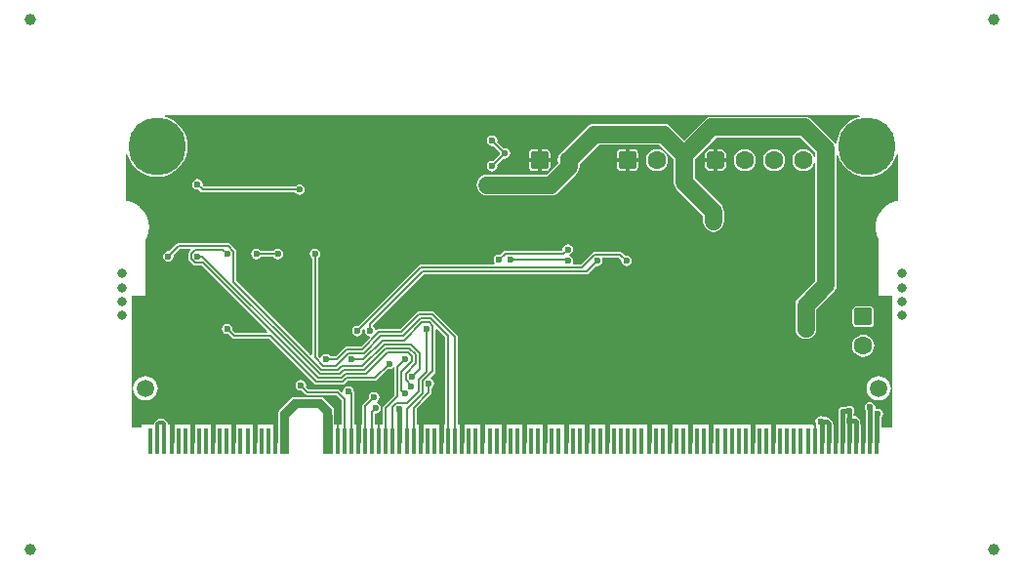
<source format=gbl>
G04*
G04 #@! TF.GenerationSoftware,Altium Limited,Altium Designer,19.0.12 (326)*
G04*
G04 Layer_Physical_Order=2*
G04 Layer_Color=16711680*
%FSLAX44Y44*%
%MOMM*%
G71*
G01*
G75*
%ADD13C,0.3000*%
%ADD14C,0.2000*%
%ADD30C,1.6000*%
%ADD32C,1.0000*%
%ADD33R,0.4500X2.3000*%
%ADD34C,1.5000*%
%ADD35C,0.4000*%
%ADD37C,5.0000*%
G04:AMPARAMS|DCode=38|XSize=1.524mm|YSize=1.524mm|CornerRadius=0.1905mm|HoleSize=0mm|Usage=FLASHONLY|Rotation=90.000|XOffset=0mm|YOffset=0mm|HoleType=Round|Shape=RoundedRectangle|*
%AMROUNDEDRECTD38*
21,1,1.5240,1.1430,0,0,90.0*
21,1,1.1430,1.5240,0,0,90.0*
1,1,0.3810,0.5715,0.5715*
1,1,0.3810,0.5715,-0.5715*
1,1,0.3810,-0.5715,-0.5715*
1,1,0.3810,-0.5715,0.5715*
%
%ADD38ROUNDEDRECTD38*%
G04:AMPARAMS|DCode=39|XSize=1.6mm|YSize=1.6mm|CornerRadius=0.4mm|HoleSize=0mm|Usage=FLASHONLY|Rotation=0.000|XOffset=0mm|YOffset=0mm|HoleType=Round|Shape=RoundedRectangle|*
%AMROUNDEDRECTD39*
21,1,1.6000,0.8000,0,0,0.0*
21,1,0.8000,1.6000,0,0,0.0*
1,1,0.8000,0.4000,-0.4000*
1,1,0.8000,-0.4000,-0.4000*
1,1,0.8000,-0.4000,0.4000*
1,1,0.8000,0.4000,0.4000*
%
%ADD39ROUNDEDRECTD39*%
%ADD40C,0.8000*%
%ADD41C,1.5000*%
G04:AMPARAMS|DCode=42|XSize=1.524mm|YSize=1.524mm|CornerRadius=0.1905mm|HoleSize=0mm|Usage=FLASHONLY|Rotation=0.000|XOffset=0mm|YOffset=0mm|HoleType=Round|Shape=RoundedRectangle|*
%AMROUNDEDRECTD42*
21,1,1.5240,1.1430,0,0,0.0*
21,1,1.1430,1.5240,0,0,0.0*
1,1,0.3810,0.5715,-0.5715*
1,1,0.3810,-0.5715,-0.5715*
1,1,0.3810,-0.5715,0.5715*
1,1,0.3810,0.5715,0.5715*
%
%ADD42ROUNDEDRECTD42*%
%ADD43C,0.6000*%
G36*
X639412Y295671D02*
X637786Y295281D01*
X633932Y293685D01*
X630376Y291505D01*
X627204Y288796D01*
X624495Y285624D01*
X622315Y282068D01*
X620719Y278214D01*
X619745Y274158D01*
X619597Y272271D01*
X618307Y272067D01*
X618111Y272539D01*
X616669Y274419D01*
X598169Y292919D01*
X596289Y294361D01*
X594100Y295268D01*
X591750Y295578D01*
X511250D01*
X508900Y295268D01*
X506711Y294361D01*
X504831Y292919D01*
X487250Y275338D01*
X475919Y286669D01*
X474039Y288111D01*
X471850Y289018D01*
X469500Y289328D01*
X409529D01*
X407179Y289018D01*
X404990Y288111D01*
X403110Y286669D01*
X382917Y266476D01*
X382488Y266298D01*
X380503Y264775D01*
X378980Y262791D01*
X378023Y260480D01*
X377697Y258000D01*
X378013Y255600D01*
X367740Y245328D01*
X316250D01*
X313901Y245018D01*
X311711Y244111D01*
X309831Y242669D01*
X308389Y240789D01*
X307482Y238599D01*
X307172Y236250D01*
X307482Y233901D01*
X308389Y231711D01*
X309831Y229831D01*
X311711Y228389D01*
X313901Y227482D01*
X316250Y227172D01*
X371500D01*
X373849Y227482D01*
X376039Y228389D01*
X377919Y229831D01*
X393697Y245610D01*
X395140Y247490D01*
X396047Y249679D01*
X396356Y252029D01*
Y254240D01*
X413289Y271172D01*
X465740D01*
X478172Y258740D01*
Y238750D01*
X478482Y236401D01*
X479389Y234211D01*
X480831Y232331D01*
X503672Y209490D01*
Y204750D01*
X503982Y202400D01*
X504889Y200211D01*
X506331Y198331D01*
X508211Y196889D01*
X510401Y195982D01*
X512750Y195672D01*
X515099Y195982D01*
X517289Y196889D01*
X519169Y198331D01*
X520611Y200211D01*
X521518Y202400D01*
X521828Y204750D01*
Y213250D01*
X521518Y215599D01*
X520611Y217789D01*
X519169Y219669D01*
X496328Y242510D01*
Y258740D01*
X515010Y277422D01*
X587990D01*
X601172Y264240D01*
Y260682D01*
X599934Y260480D01*
X598977Y262791D01*
X597454Y264775D01*
X595469Y266298D01*
X593158Y267255D01*
X590678Y267582D01*
X588199Y267255D01*
X585887Y266298D01*
X583903Y264775D01*
X582380Y262791D01*
X581423Y260480D01*
X581096Y258000D01*
X581423Y255520D01*
X582380Y253209D01*
X583903Y251224D01*
X585887Y249702D01*
X588199Y248745D01*
X590678Y248418D01*
X593158Y248745D01*
X595469Y249702D01*
X597454Y251224D01*
X598977Y253209D01*
X599934Y255520D01*
X601172Y255318D01*
Y153010D01*
X586581Y138419D01*
X585139Y136539D01*
X584232Y134349D01*
X583922Y132000D01*
Y111803D01*
X583912Y111750D01*
X583943Y111593D01*
X584232Y109401D01*
X585139Y107211D01*
X586581Y105331D01*
X588461Y103889D01*
X590650Y102982D01*
X593000Y102672D01*
X595350Y102982D01*
X597539Y103889D01*
X599419Y105331D01*
X600862Y107211D01*
X601768Y109401D01*
X602057Y111594D01*
X602088Y111750D01*
X602078Y111803D01*
Y128240D01*
X616669Y142831D01*
X616669Y142831D01*
X618111Y144711D01*
X619018Y146901D01*
X619328Y149250D01*
X619328Y149250D01*
Y262141D01*
X620598Y262291D01*
X620719Y261786D01*
X622315Y257932D01*
X624495Y254375D01*
X627204Y251204D01*
X630376Y248495D01*
X633932Y246315D01*
X637786Y244719D01*
X641842Y243745D01*
X646000Y243418D01*
X650158Y243745D01*
X654214Y244719D01*
X658068Y246315D01*
X661625Y248495D01*
X664796Y251204D01*
X667505Y254375D01*
X669685Y257932D01*
X671281Y261786D01*
X671671Y263412D01*
X672941Y263262D01*
Y222804D01*
X669598Y222139D01*
X669319Y222023D01*
X669024Y221965D01*
X665402Y220464D01*
X665151Y220297D01*
X664873Y220182D01*
X661613Y218003D01*
X661400Y217790D01*
X661149Y217623D01*
X658377Y214851D01*
X658210Y214600D01*
X657997Y214387D01*
X655818Y211127D01*
X655703Y210849D01*
X655536Y210598D01*
X654035Y206976D01*
X653977Y206681D01*
X653861Y206402D01*
X653096Y202557D01*
Y202256D01*
X653038Y201960D01*
Y198040D01*
X653096Y197744D01*
Y197443D01*
X653861Y193598D01*
X653977Y193319D01*
X654035Y193024D01*
X655536Y189402D01*
X655703Y189151D01*
X655818Y188873D01*
X655934Y188699D01*
X656000Y140000D01*
X668000D01*
Y25750D01*
X658250D01*
Y27000D01*
X658069D01*
Y34471D01*
X658494Y34756D01*
X659489Y36244D01*
X659838Y38000D01*
X659489Y39756D01*
X658494Y41244D01*
X657006Y42239D01*
X655250Y42588D01*
X654158Y42371D01*
X653060Y43360D01*
X653088Y43500D01*
X652739Y45256D01*
X651744Y46744D01*
X650256Y47739D01*
X648500Y48088D01*
X646744Y47739D01*
X645256Y46744D01*
X644261Y45256D01*
X643912Y43500D01*
X644261Y41744D01*
X644931Y40741D01*
Y28500D01*
X640069D01*
Y31250D01*
X639797Y32616D01*
X639023Y33773D01*
X638023Y34773D01*
X636866Y35547D01*
X635500Y35819D01*
X634069D01*
Y37491D01*
X634739Y38494D01*
X635088Y40250D01*
X634739Y42006D01*
X633744Y43494D01*
X632256Y44489D01*
X630500Y44838D01*
X628744Y44489D01*
X627741Y43819D01*
X624500D01*
X623134Y43547D01*
X621977Y42773D01*
X621203Y41616D01*
X620931Y40250D01*
Y28500D01*
X616069D01*
Y29750D01*
X615797Y31116D01*
X615023Y32273D01*
X613273Y34023D01*
X612116Y34797D01*
X610750Y35069D01*
X608259D01*
X607256Y35739D01*
X605500Y36088D01*
X603744Y35739D01*
X602256Y34744D01*
X601261Y33256D01*
X600912Y31500D01*
X601256Y29770D01*
X601301Y29540D01*
X600581Y28500D01*
X291049D01*
Y104500D01*
X290855Y105476D01*
X290302Y106302D01*
X270767Y125838D01*
X269940Y126391D01*
X268964Y126585D01*
X257101D01*
X256125Y126391D01*
X255298Y125838D01*
X240759Y111299D01*
X222751D01*
X221776Y111105D01*
X220949Y110552D01*
X220761Y110364D01*
X219383Y110782D01*
X219239Y111506D01*
X218244Y112994D01*
X217549Y113459D01*
Y114994D01*
X261506Y158951D01*
X402679D01*
X403654Y159145D01*
X404481Y159698D01*
X410858Y166075D01*
X411679Y165912D01*
X413434Y166261D01*
X414923Y167256D01*
X415918Y168744D01*
X416267Y170500D01*
X415932Y172181D01*
X415931Y172403D01*
X416582Y173451D01*
X430551D01*
X432682Y171320D01*
X432519Y170500D01*
X432868Y168744D01*
X433863Y167256D01*
X435351Y166261D01*
X437107Y165912D01*
X438863Y166261D01*
X440351Y167256D01*
X441346Y168744D01*
X441695Y170500D01*
X441346Y172256D01*
X440351Y173744D01*
X438863Y174739D01*
X437107Y175088D01*
X436287Y174925D01*
X433410Y177802D01*
X432583Y178355D01*
X431607Y178549D01*
X409400D01*
X408425Y178355D01*
X407598Y177802D01*
X397345Y167549D01*
X391153D01*
X390502Y168597D01*
X390504Y168819D01*
X390838Y170500D01*
X390489Y172256D01*
X389494Y173744D01*
X388006Y174739D01*
X387435Y174853D01*
Y176147D01*
X388006Y176261D01*
X389494Y177256D01*
X390489Y178744D01*
X390838Y180500D01*
X390489Y182256D01*
X389494Y183744D01*
X388006Y184739D01*
X386250Y185088D01*
X384494Y184739D01*
X383006Y183744D01*
X382011Y182256D01*
X381662Y180500D01*
X380556Y179549D01*
X332000D01*
X331025Y179355D01*
X330198Y178802D01*
X327320Y175925D01*
X326500Y176088D01*
X324744Y175739D01*
X323256Y174744D01*
X322261Y173256D01*
X321912Y171500D01*
X322261Y169744D01*
X322879Y168819D01*
X322201Y167549D01*
X259000D01*
X258025Y167355D01*
X257198Y166802D01*
X204570Y114175D01*
X203750Y114338D01*
X201994Y113989D01*
X200506Y112994D01*
X199511Y111506D01*
X199162Y109750D01*
X199511Y107994D01*
X200506Y106506D01*
X201994Y105511D01*
X203750Y105162D01*
X205506Y105511D01*
X206994Y106506D01*
X207989Y107994D01*
X208338Y109750D01*
X208175Y110570D01*
X209133Y111528D01*
X209465Y111497D01*
X210487Y110127D01*
X210412Y109750D01*
X210761Y107994D01*
X211756Y106506D01*
X213244Y105511D01*
X213968Y105367D01*
X214386Y103989D01*
X206945Y96549D01*
X194772D01*
X193797Y96355D01*
X192970Y95802D01*
X184716Y87549D01*
X180209D01*
X179744Y88244D01*
X178256Y89239D01*
X176500Y89588D01*
X174744Y89239D01*
X173256Y88244D01*
X172303Y86819D01*
X172148Y86661D01*
X170946Y86380D01*
X169549Y87778D01*
Y172827D01*
X170244Y173291D01*
X171239Y174780D01*
X171588Y176536D01*
X171239Y178291D01*
X170244Y179780D01*
X168756Y180775D01*
X167000Y181124D01*
X165244Y180775D01*
X163756Y179780D01*
X162761Y178291D01*
X162412Y176536D01*
X162761Y174780D01*
X163756Y173291D01*
X164451Y172827D01*
Y89462D01*
X163278Y88976D01*
X98763Y153491D01*
Y178814D01*
X98569Y179789D01*
X98017Y180616D01*
X93366Y185267D01*
X92539Y185819D01*
X91564Y186013D01*
X48857D01*
X47882Y185819D01*
X47055Y185267D01*
X40677Y178889D01*
X39857Y179053D01*
X38101Y178703D01*
X36613Y177709D01*
X35618Y176220D01*
X35269Y174464D01*
X35618Y172708D01*
X36613Y171220D01*
X38101Y170225D01*
X39857Y169876D01*
X41613Y170225D01*
X43102Y171220D01*
X44096Y172708D01*
X44445Y174464D01*
X44282Y175285D01*
X49913Y180915D01*
X58695D01*
X59181Y179742D01*
X57983Y178545D01*
X57431Y177718D01*
X57237Y176742D01*
Y172186D01*
X57431Y171211D01*
X57983Y170384D01*
X61205Y167162D01*
X62032Y166609D01*
X63008Y166415D01*
X68730D01*
X125945Y109200D01*
X125459Y108027D01*
X97828D01*
X95139Y110716D01*
X95302Y111536D01*
X94953Y113292D01*
X93959Y114780D01*
X92470Y115775D01*
X90714Y116124D01*
X88959Y115775D01*
X87470Y114780D01*
X86475Y113292D01*
X86126Y111536D01*
X86475Y109780D01*
X87470Y108292D01*
X88959Y107297D01*
X90714Y106948D01*
X91535Y107111D01*
X94970Y103675D01*
X95797Y103123D01*
X96772Y102929D01*
X127216D01*
X166448Y63698D01*
X167274Y63145D01*
X168250Y62951D01*
X191272D01*
X192248Y63145D01*
X193074Y63698D01*
X195828Y66451D01*
X218950D01*
X219925Y66645D01*
X220752Y67198D01*
X230430Y76875D01*
X231250Y76712D01*
X233006Y77062D01*
X234494Y78056D01*
X234906Y78672D01*
X236176Y78287D01*
Y54031D01*
X226698Y44552D01*
X226145Y43725D01*
X225951Y42750D01*
Y28500D01*
X219049D01*
Y37792D01*
X219500Y38162D01*
X221256Y38511D01*
X222744Y39506D01*
X223739Y40994D01*
X224088Y42750D01*
X223739Y44506D01*
X222744Y45994D01*
X221256Y46989D01*
X220875Y47065D01*
X220607Y48413D01*
X221494Y49006D01*
X222489Y50494D01*
X222838Y52250D01*
X222489Y54006D01*
X221494Y55494D01*
X220006Y56489D01*
X218250Y56838D01*
X216494Y56489D01*
X215006Y55494D01*
X214011Y54006D01*
X213662Y52250D01*
X213825Y51430D01*
X208698Y46302D01*
X208145Y45475D01*
X207951Y44500D01*
Y28500D01*
X201049D01*
Y55950D01*
X200855Y56925D01*
X200567Y57356D01*
X200239Y59006D01*
X199244Y60494D01*
X197756Y61489D01*
X196000Y61838D01*
X194244Y61489D01*
X192756Y60494D01*
X191761Y59006D01*
X191431Y57345D01*
X191063Y57109D01*
X190213Y56767D01*
X188427Y58552D01*
X187600Y59105D01*
X186625Y59299D01*
X161556D01*
X159175Y61680D01*
X159338Y62500D01*
X158989Y64256D01*
X157994Y65744D01*
X156506Y66739D01*
X154750Y67088D01*
X152994Y66739D01*
X151506Y65744D01*
X150511Y64256D01*
X150162Y62500D01*
X150511Y60744D01*
X151506Y59256D01*
X152994Y58261D01*
X154750Y57912D01*
X155570Y58075D01*
X158698Y54948D01*
X159524Y54395D01*
X160500Y54201D01*
X185569D01*
X189951Y49819D01*
Y28500D01*
X183749D01*
X183749Y41750D01*
X183273Y42898D01*
X174273Y51898D01*
X173125Y52374D01*
X148375D01*
X147227Y51898D01*
X135727Y40398D01*
X135252Y39250D01*
X135251Y28500D01*
X40636D01*
X39559Y29000D01*
X39326Y30171D01*
X38663Y31163D01*
X37163Y32663D01*
X36170Y33326D01*
X35000Y33559D01*
X35000Y33559D01*
X32000D01*
X32000Y33559D01*
X30830Y33326D01*
X29837Y32663D01*
X28337Y31163D01*
X27674Y30171D01*
X27441Y29000D01*
X26364Y28500D01*
X16375D01*
Y25750D01*
X8000D01*
Y140000D01*
X20000D01*
X20066Y188699D01*
X20182Y188873D01*
X20297Y189151D01*
X20464Y189402D01*
X21965Y193024D01*
X22023Y193319D01*
X22139Y193598D01*
X22904Y197443D01*
Y197744D01*
X22962Y198040D01*
Y201960D01*
X22904Y202256D01*
Y202557D01*
X22139Y206402D01*
X22023Y206681D01*
X21965Y206976D01*
X20464Y210598D01*
X20297Y210849D01*
X20182Y211127D01*
X18003Y214387D01*
X17790Y214600D01*
X17623Y214851D01*
X14851Y217623D01*
X14600Y217790D01*
X14387Y218003D01*
X11127Y220182D01*
X10849Y220297D01*
X10598Y220464D01*
X6976Y221965D01*
X6681Y222023D01*
X6402Y222139D01*
X3059Y222804D01*
Y263262D01*
X4329Y263412D01*
X4719Y261786D01*
X6315Y257932D01*
X8495Y254375D01*
X11204Y251204D01*
X14376Y248495D01*
X17932Y246315D01*
X21786Y244719D01*
X25842Y243745D01*
X30000Y243418D01*
X34158Y243745D01*
X38214Y244719D01*
X42068Y246315D01*
X45624Y248495D01*
X48796Y251204D01*
X51505Y254375D01*
X53685Y257932D01*
X55281Y261786D01*
X56255Y265842D01*
X56582Y270000D01*
X56255Y274158D01*
X55281Y278214D01*
X53685Y282068D01*
X51505Y285624D01*
X48796Y288796D01*
X45624Y291505D01*
X42068Y293685D01*
X38214Y295281D01*
X36588Y295671D01*
X36738Y296941D01*
X639262D01*
X639412Y295671D01*
D02*
G37*
G36*
X279951Y104422D02*
Y28500D01*
X255049D01*
Y42194D01*
X267552Y54697D01*
X268105Y55525D01*
X268299Y56500D01*
Y60291D01*
X268994Y60756D01*
X269989Y62244D01*
X270338Y64000D01*
X269989Y65756D01*
X268994Y67244D01*
X267569Y68197D01*
X267411Y68352D01*
X267130Y69554D01*
X271052Y73476D01*
X271605Y74303D01*
X271799Y75278D01*
Y110915D01*
X272972Y111401D01*
X279951Y104422D01*
D02*
G37*
G36*
X182125Y41750D02*
X182125Y3250D01*
X174375Y3250D01*
Y38500D01*
X169625Y43250D01*
X152875Y43250D01*
X144875Y35250D01*
Y3250D01*
X136875Y3250D01*
X136875Y39250D01*
X148375Y50750D01*
X173125D01*
X182125Y41750D01*
D02*
G37*
%LPC*%
G36*
X443851Y267187D02*
X439636D01*
Y259500D01*
X447322D01*
Y263715D01*
X447058Y265044D01*
X446306Y266170D01*
X445179Y266922D01*
X443851Y267187D01*
D02*
G37*
G36*
X367594D02*
X363379D01*
Y259500D01*
X371065D01*
Y263715D01*
X370801Y265044D01*
X370048Y266170D01*
X368922Y266922D01*
X367594Y267187D01*
D02*
G37*
G36*
X436636D02*
X432421D01*
X431092Y266922D01*
X429966Y266170D01*
X429213Y265044D01*
X428949Y263715D01*
Y259500D01*
X436636D01*
Y267187D01*
D02*
G37*
G36*
X360379D02*
X356164D01*
X354835Y266922D01*
X353709Y266170D01*
X352956Y265044D01*
X352692Y263715D01*
Y259500D01*
X360379D01*
Y267187D01*
D02*
G37*
G36*
X518393Y267608D02*
X515893D01*
Y259500D01*
X524001D01*
Y262000D01*
X523574Y264146D01*
X522358Y265965D01*
X520539Y267181D01*
X518393Y267608D01*
D02*
G37*
G36*
X512893D02*
X510393D01*
X508247Y267181D01*
X506427Y265965D01*
X505212Y264146D01*
X504785Y262000D01*
Y259500D01*
X512893D01*
Y267608D01*
D02*
G37*
G36*
X320750Y279338D02*
X318994Y278989D01*
X317506Y277994D01*
X316511Y276506D01*
X316162Y274750D01*
X316511Y272994D01*
X317506Y271506D01*
X318994Y270511D01*
X320750Y270162D01*
X321570Y270325D01*
X327325Y264570D01*
X327162Y263750D01*
X327325Y262930D01*
X321570Y257175D01*
X320750Y257338D01*
X318994Y256989D01*
X317506Y255994D01*
X316511Y254506D01*
X316162Y252750D01*
X316511Y250994D01*
X317506Y249506D01*
X318994Y248511D01*
X320750Y248162D01*
X322506Y248511D01*
X323994Y249506D01*
X324989Y250994D01*
X325338Y252750D01*
X325175Y253570D01*
X330930Y259325D01*
X331750Y259162D01*
X333506Y259511D01*
X334994Y260506D01*
X335989Y261994D01*
X336338Y263750D01*
X335989Y265506D01*
X334994Y266994D01*
X333506Y267989D01*
X331750Y268338D01*
X330930Y268175D01*
X325175Y273930D01*
X325338Y274750D01*
X324989Y276506D01*
X323994Y277994D01*
X322506Y278989D01*
X320750Y279338D01*
D02*
G37*
G36*
X447322Y256500D02*
X439636D01*
Y248813D01*
X443851D01*
X445179Y249078D01*
X446306Y249830D01*
X447058Y250956D01*
X447322Y252285D01*
Y256500D01*
D02*
G37*
G36*
X436636D02*
X428949D01*
Y252285D01*
X429213Y250956D01*
X429966Y249830D01*
X431092Y249078D01*
X432421Y248813D01*
X436636D01*
Y256500D01*
D02*
G37*
G36*
X371065D02*
X363379D01*
Y248813D01*
X367594D01*
X368922Y249078D01*
X370048Y249830D01*
X370801Y250956D01*
X371065Y252285D01*
Y256500D01*
D02*
G37*
G36*
X360379D02*
X352692D01*
Y252285D01*
X352956Y250956D01*
X353709Y249830D01*
X354835Y249078D01*
X356164Y248813D01*
X360379D01*
Y256500D01*
D02*
G37*
G36*
X565250Y267582D02*
X562770Y267255D01*
X560459Y266298D01*
X558475Y264775D01*
X556952Y262791D01*
X555994Y260480D01*
X555668Y258000D01*
X555994Y255520D01*
X556952Y253209D01*
X558475Y251224D01*
X560459Y249702D01*
X562770Y248745D01*
X565250Y248418D01*
X567730Y248745D01*
X570041Y249702D01*
X572025Y251224D01*
X573548Y253209D01*
X574505Y255520D01*
X574832Y258000D01*
X574505Y260480D01*
X573548Y262791D01*
X572025Y264775D01*
X570041Y266298D01*
X567730Y267255D01*
X565250Y267582D01*
D02*
G37*
G36*
X539821D02*
X537341Y267255D01*
X535030Y266298D01*
X533046Y264775D01*
X531523Y262791D01*
X530566Y260480D01*
X530239Y258000D01*
X530566Y255520D01*
X531523Y253209D01*
X533046Y251224D01*
X535030Y249702D01*
X537341Y248745D01*
X539821Y248418D01*
X542301Y248745D01*
X544612Y249702D01*
X546597Y251224D01*
X548120Y253209D01*
X549077Y255520D01*
X549403Y258000D01*
X549077Y260480D01*
X548120Y262791D01*
X546597Y264775D01*
X544612Y266298D01*
X542301Y267255D01*
X539821Y267582D01*
D02*
G37*
G36*
X463536D02*
X461056Y267255D01*
X458745Y266298D01*
X456760Y264775D01*
X455238Y262791D01*
X454280Y260480D01*
X453954Y258000D01*
X454280Y255520D01*
X455238Y253209D01*
X456760Y251224D01*
X458745Y249702D01*
X461056Y248745D01*
X463536Y248418D01*
X466016Y248745D01*
X468327Y249702D01*
X470311Y251224D01*
X471834Y253209D01*
X472791Y255520D01*
X473118Y258000D01*
X472791Y260480D01*
X471834Y262791D01*
X470311Y264775D01*
X468327Y266298D01*
X466016Y267255D01*
X463536Y267582D01*
D02*
G37*
G36*
X524001Y256500D02*
X515893D01*
Y248392D01*
X518393D01*
X520539Y248819D01*
X522358Y250035D01*
X523574Y251854D01*
X524001Y254000D01*
Y256500D01*
D02*
G37*
G36*
X512893D02*
X504785D01*
Y254000D01*
X505212Y251854D01*
X506427Y250035D01*
X508247Y248819D01*
X510393Y248392D01*
X512893D01*
Y256500D01*
D02*
G37*
G36*
X65286Y241588D02*
X63530Y241239D01*
X62042Y240244D01*
X61047Y238756D01*
X60698Y237000D01*
X61047Y235244D01*
X62042Y233756D01*
X63530Y232761D01*
X65286Y232412D01*
X66106Y232575D01*
X68233Y230448D01*
X69060Y229895D01*
X70036Y229701D01*
X149791D01*
X150256Y229006D01*
X151744Y228011D01*
X153500Y227662D01*
X155256Y228011D01*
X156744Y229006D01*
X157739Y230494D01*
X158088Y232250D01*
X157739Y234006D01*
X156744Y235494D01*
X155256Y236489D01*
X153500Y236838D01*
X151744Y236489D01*
X150256Y235494D01*
X149791Y234799D01*
X71092D01*
X69711Y236180D01*
X69874Y237000D01*
X69525Y238756D01*
X68530Y240244D01*
X67042Y241239D01*
X65286Y241588D01*
D02*
G37*
G36*
X116143Y181124D02*
X114387Y180775D01*
X112899Y179780D01*
X111904Y178291D01*
X111555Y176536D01*
X111904Y174780D01*
X112899Y173291D01*
X114387Y172297D01*
X116143Y171948D01*
X117899Y172297D01*
X119387Y173291D01*
X119828Y173951D01*
X131041D01*
X131506Y173256D01*
X132994Y172261D01*
X134750Y171912D01*
X136506Y172261D01*
X137994Y173256D01*
X138989Y174744D01*
X139338Y176500D01*
X138989Y178256D01*
X137994Y179744D01*
X136506Y180739D01*
X134750Y181088D01*
X132994Y180739D01*
X131506Y179744D01*
X131041Y179049D01*
X119876D01*
X119387Y179780D01*
X117899Y180775D01*
X116143Y181124D01*
D02*
G37*
G36*
X648215Y131387D02*
X636785D01*
X635456Y131122D01*
X634330Y130370D01*
X633578Y129244D01*
X633313Y127915D01*
Y116485D01*
X633578Y115156D01*
X634330Y114030D01*
X635456Y113278D01*
X636785Y113013D01*
X648215D01*
X649544Y113278D01*
X650670Y114030D01*
X651422Y115156D01*
X651687Y116485D01*
Y127915D01*
X651422Y129244D01*
X650670Y130370D01*
X649544Y131122D01*
X648215Y131387D01*
D02*
G37*
G36*
X642500Y106382D02*
X640020Y106055D01*
X637709Y105098D01*
X635725Y103575D01*
X634202Y101591D01*
X633245Y99280D01*
X632918Y96800D01*
X633245Y94320D01*
X634202Y92009D01*
X635725Y90025D01*
X637709Y88502D01*
X640020Y87545D01*
X642500Y87218D01*
X644980Y87545D01*
X647291Y88502D01*
X649276Y90025D01*
X650798Y92009D01*
X651756Y94320D01*
X652082Y96800D01*
X651756Y99280D01*
X650798Y101591D01*
X649276Y103575D01*
X647291Y105098D01*
X644980Y106055D01*
X642500Y106382D01*
D02*
G37*
G36*
X656000Y70591D02*
X653259Y70230D01*
X650705Y69172D01*
X648511Y67489D01*
X646828Y65295D01*
X645770Y62741D01*
X645409Y60000D01*
X645770Y57259D01*
X646828Y54705D01*
X648511Y52511D01*
X650705Y50828D01*
X653259Y49770D01*
X656000Y49409D01*
X658741Y49770D01*
X661295Y50828D01*
X663489Y52511D01*
X665172Y54705D01*
X666230Y57259D01*
X666591Y60000D01*
X666230Y62741D01*
X665172Y65295D01*
X663489Y67489D01*
X661295Y69172D01*
X658741Y70230D01*
X656000Y70591D01*
D02*
G37*
G36*
X20000D02*
X17259Y70230D01*
X14705Y69172D01*
X12511Y67489D01*
X10828Y65295D01*
X9770Y62741D01*
X9409Y60000D01*
X9770Y57259D01*
X10828Y54705D01*
X12511Y52511D01*
X14705Y50828D01*
X17259Y49770D01*
X20000Y49409D01*
X22741Y49770D01*
X25295Y50828D01*
X27489Y52511D01*
X29172Y54705D01*
X30230Y57259D01*
X30591Y60000D01*
X30230Y62741D01*
X29172Y65295D01*
X27489Y67489D01*
X25295Y69172D01*
X22741Y70230D01*
X20000Y70591D01*
D02*
G37*
%LPD*%
D13*
X30500Y14000D02*
Y29000D01*
X32000Y30500D01*
X35000D01*
X36500Y29000D01*
Y14000D02*
Y29000D01*
X138500Y14000D02*
Y36750D01*
X147500Y45750D01*
X171250D01*
X180500Y36500D01*
Y14000D02*
Y36500D01*
D14*
X320750Y274750D02*
X331750Y263750D01*
X320750Y252750D02*
X331750Y263750D01*
X154750Y62500D02*
X160500Y56750D01*
X186625D01*
X168250Y65500D02*
X191272D01*
X128272Y105478D02*
X168250Y65500D01*
X96772Y105478D02*
X128272D01*
X65250Y174429D02*
X69271D01*
X171200Y72500D01*
X172649Y76000D02*
X186923D01*
X96214Y152435D02*
X172649Y76000D01*
X96214Y152435D02*
Y178814D01*
X171200Y72500D02*
X188373D01*
X169750Y69000D02*
X189822D01*
X69786Y168964D02*
X169750Y69000D01*
X63008Y168964D02*
X69786D01*
X167000Y86722D02*
Y176536D01*
Y86722D02*
X174222Y79500D01*
X185222D01*
X90714Y111536D02*
X96772Y105478D01*
X59786Y172186D02*
X63008Y168964D01*
X59786Y172186D02*
Y176742D01*
X190423Y79500D02*
X208351D01*
X191873Y76000D02*
X209800D01*
X193322Y72500D02*
X211250D01*
X186923Y76000D02*
X190423Y79500D01*
X188373Y72500D02*
X191873Y76000D01*
X189822Y69000D02*
X193322Y72500D01*
X194772Y69000D02*
X218950D01*
X191272Y65500D02*
X194772Y69000D01*
X218950D02*
X231250Y81300D01*
X208351Y79500D02*
X227101Y98250D01*
X209800Y76000D02*
X228550Y94750D01*
X211250Y72500D02*
X230000Y91250D01*
X185222Y79500D02*
X196222Y90500D01*
X382750Y177000D02*
X386250Y180500D01*
X332000Y177000D02*
X382750D01*
X326500Y171500D02*
X332000Y177000D01*
X260450Y161500D02*
X402679D01*
X215000Y116050D02*
X260450Y161500D01*
X215000Y109750D02*
Y116050D01*
X259000Y165000D02*
X398400D01*
X203750Y109750D02*
X259000Y165000D01*
X402679Y161500D02*
X411679Y170500D01*
X398400Y165000D02*
X409400Y176000D01*
X431607D01*
X437107Y170500D01*
X383078Y171363D02*
X383176Y171265D01*
X385485D01*
X386250Y170500D01*
X336613Y171363D02*
X383078D01*
X238725Y52975D02*
Y78725D01*
X228500Y42750D02*
X238725Y52975D01*
X228500Y14000D02*
Y42750D01*
X242225Y58547D02*
Y74447D01*
Y58547D02*
X245375Y55396D01*
Y55375D02*
Y55396D01*
X245725Y67108D02*
Y72997D01*
Y67108D02*
X250000Y62832D01*
X238725Y78725D02*
X245500Y85500D01*
X245725Y72997D02*
X254500Y81772D01*
X65286Y237000D02*
X70036Y232250D01*
X153500D01*
X116143Y176536D02*
X116179Y176500D01*
X134750D01*
X39857Y174464D02*
X48857Y183464D01*
X91564D01*
X96214Y178814D01*
X87286Y179964D02*
X90714Y176536D01*
X59786Y176742D02*
X63008Y179964D01*
X87286D01*
X65250Y174429D02*
X65286Y174464D01*
X224201Y105250D02*
X243265D01*
X225651Y101750D02*
X244714D01*
X257101Y124036D02*
X268964D01*
X241815Y108750D02*
X257101Y124036D01*
X222751Y108750D02*
X241815D01*
X208001Y94000D02*
X222751Y108750D01*
X194772Y94000D02*
X208001D01*
X185772Y85000D02*
X194772Y94000D01*
X176500Y85000D02*
X185772D01*
X196222Y90500D02*
X209451D01*
X258550Y120536D02*
X267442D01*
X243265Y105250D02*
X258550Y120536D01*
X209451Y90500D02*
X224201Y105250D01*
X260000Y117036D02*
X265992D01*
X244714Y101750D02*
X260000Y117036D01*
X208901Y85000D02*
X225651Y101750D01*
X198500Y85000D02*
X208901D01*
X186500Y14000D02*
Y44500D01*
X196000Y57250D02*
X197200D01*
X198500Y55950D01*
X227101Y98250D02*
X250428D01*
X258000Y90678D01*
Y76500D02*
Y90678D01*
X251225Y69725D02*
X258000Y76500D01*
X228550Y94750D02*
X248978D01*
X254500Y89228D01*
Y81772D02*
Y89228D01*
X250000Y61750D02*
Y62832D01*
X230000Y91250D02*
X247528D01*
X251000Y87778D01*
Y83222D02*
Y87778D01*
X242225Y74447D02*
X251000Y83222D01*
X234500Y14000D02*
Y43784D01*
X237972Y47256D01*
X246606D01*
X256750Y57399D01*
Y67728D01*
X263714Y74692D01*
Y111536D01*
X246500Y14000D02*
Y42200D01*
X260250Y55950D01*
Y66278D01*
X269250Y75278D01*
X265750Y56500D02*
Y64000D01*
X252500Y43250D02*
X265750Y56500D01*
X252500Y14000D02*
Y43250D01*
X222000Y30750D02*
X222500Y30250D01*
Y14000D02*
Y30250D01*
X192500Y14000D02*
Y50875D01*
X186625Y56750D02*
X192500Y50875D01*
X288500Y14000D02*
Y104500D01*
X268964Y124036D02*
X288500Y104500D01*
X267442Y120536D02*
X282500Y105478D01*
X265992Y117036D02*
X269250Y113778D01*
Y75278D02*
Y113778D01*
X216500Y39750D02*
X219500Y42750D01*
X183000Y48000D02*
X186500Y44500D01*
X600500Y14000D02*
Y28000D01*
X597250Y31250D02*
X600500Y28000D01*
X210500Y14000D02*
Y44500D01*
X218250Y52250D01*
X216500Y14000D02*
Y39750D01*
X282500Y14000D02*
Y105478D01*
X198500Y14000D02*
Y55950D01*
D30*
X463536Y258000D02*
D03*
X387279D02*
D03*
X590678D02*
D03*
X539821D02*
D03*
X565250D02*
D03*
X642500Y96800D02*
D03*
D32*
X-80000Y380000D02*
D03*
X756000Y380000D02*
D03*
Y-80000D02*
D03*
X-80000Y-80000D02*
D03*
D33*
X24500Y14000D02*
D03*
X30500D02*
D03*
X36500D02*
D03*
X42500D02*
D03*
X48500D02*
D03*
X54500D02*
D03*
X60500D02*
D03*
X66500D02*
D03*
X72500D02*
D03*
X78500D02*
D03*
X84500D02*
D03*
X90500D02*
D03*
X96500D02*
D03*
X102500D02*
D03*
X108500D02*
D03*
X114500D02*
D03*
X120500D02*
D03*
X126500D02*
D03*
X132500D02*
D03*
X138500D02*
D03*
X180500D02*
D03*
X186500D02*
D03*
X192500D02*
D03*
X198500D02*
D03*
X204500D02*
D03*
X210500D02*
D03*
X216500D02*
D03*
X222500D02*
D03*
X228500D02*
D03*
X234500D02*
D03*
X240500D02*
D03*
X246500D02*
D03*
X252500D02*
D03*
X258500D02*
D03*
X264500D02*
D03*
X270500D02*
D03*
X276500D02*
D03*
X282500D02*
D03*
X288500D02*
D03*
X294500D02*
D03*
X300500D02*
D03*
X306500D02*
D03*
X312500D02*
D03*
X318500D02*
D03*
X324500D02*
D03*
X330500D02*
D03*
X336500D02*
D03*
X342500D02*
D03*
X348500D02*
D03*
X354500D02*
D03*
X360500D02*
D03*
X366500D02*
D03*
X372500D02*
D03*
X378500D02*
D03*
X384500D02*
D03*
X390500D02*
D03*
X396500D02*
D03*
X402500D02*
D03*
X408500D02*
D03*
X414500D02*
D03*
X420500D02*
D03*
X426500D02*
D03*
X432500D02*
D03*
X438500D02*
D03*
X444500D02*
D03*
X450500D02*
D03*
X456500D02*
D03*
X462500D02*
D03*
X468500D02*
D03*
X474500D02*
D03*
X480500D02*
D03*
X486500D02*
D03*
X492500D02*
D03*
X498500D02*
D03*
X504500D02*
D03*
X510500D02*
D03*
X516500D02*
D03*
X522500D02*
D03*
X528500D02*
D03*
X534500D02*
D03*
X540500D02*
D03*
X546500D02*
D03*
X552500D02*
D03*
X558500D02*
D03*
X564500D02*
D03*
X570500D02*
D03*
X576500D02*
D03*
X582500D02*
D03*
X588500D02*
D03*
X594500D02*
D03*
X600500D02*
D03*
X606500D02*
D03*
X612500D02*
D03*
X618500D02*
D03*
X624500D02*
D03*
X630500D02*
D03*
X636500D02*
D03*
X642500D02*
D03*
X648500D02*
D03*
X654500D02*
D03*
D34*
X512750Y211500D02*
Y213250D01*
Y204750D02*
Y211500D01*
X593000Y111750D02*
Y132000D01*
X387279Y252029D02*
Y258000D01*
X371500Y236250D02*
X387279Y252029D01*
X323000Y236250D02*
X371500D01*
X316250D02*
X323000D01*
X591750Y286500D02*
X610250Y268000D01*
X387279Y258000D02*
X409529Y280250D01*
X593000Y132000D02*
X610250Y149250D01*
Y268000D01*
X511250Y286500D02*
X591750D01*
X487250Y262500D02*
X511250Y286500D01*
X487250Y238750D02*
Y262500D01*
Y238750D02*
X512750Y213250D01*
X409529Y280250D02*
X469500D01*
X487250Y262500D01*
D35*
X642500Y14000D02*
Y34750D01*
X204500Y14000D02*
Y37500D01*
X240500Y14000D02*
Y41755D01*
X114500Y14000D02*
Y32616D01*
X96500Y14000D02*
Y32616D01*
X42500Y14000D02*
Y32616D01*
X60500Y14000D02*
Y32616D01*
X78500Y14000D02*
Y32616D01*
X132500Y14000D02*
Y32616D01*
X258500Y14000D02*
Y32616D01*
X276500Y14000D02*
Y32616D01*
X294500Y14000D02*
Y32616D01*
X312500Y14000D02*
Y32616D01*
X330500Y14000D02*
Y32616D01*
X348500Y14000D02*
Y32616D01*
X366500Y14000D02*
Y32616D01*
X384500Y14000D02*
Y32616D01*
X402500Y14000D02*
Y32616D01*
X420500Y14000D02*
Y32616D01*
X456500Y14000D02*
Y32616D01*
X474500Y14000D02*
Y32616D01*
X492500Y14000D02*
Y32616D01*
X510500Y14000D02*
Y32616D01*
X546500Y14000D02*
Y32616D01*
X564500Y14000D02*
Y32616D01*
X618500Y14000D02*
Y32616D01*
X610750Y31500D02*
X612500Y29750D01*
X605500Y30500D02*
Y31500D01*
Y30500D02*
X606500Y29500D01*
X605500Y31500D02*
X610750D01*
X606500Y14000D02*
Y29500D01*
X648500Y14000D02*
Y43500D01*
X636500Y14000D02*
Y31250D01*
X635500Y32250D02*
X636500Y31250D01*
X631250Y32250D02*
X635500D01*
X624500Y14000D02*
Y40250D01*
X630500D01*
X654500Y14000D02*
Y37250D01*
X655250Y38000D01*
X630500Y14000D02*
Y37750D01*
X612500Y14000D02*
Y29750D01*
D37*
X30000Y270000D02*
D03*
X646000D02*
D03*
D38*
X438136Y258000D02*
D03*
X361879D02*
D03*
D39*
X514393D02*
D03*
D40*
X676250Y159500D02*
D03*
Y123750D02*
D03*
Y135500D02*
D03*
Y147500D02*
D03*
X0Y159500D02*
D03*
Y123750D02*
D03*
Y135500D02*
D03*
Y147500D02*
D03*
D41*
X656000Y60000D02*
D03*
X20000D02*
D03*
D42*
X642500Y122200D02*
D03*
D43*
X331750Y263750D02*
D03*
X320750Y274750D02*
D03*
Y252750D02*
D03*
X154750Y62500D02*
D03*
X174000Y113000D02*
D03*
X204500Y210250D02*
D03*
X281250Y141750D02*
D03*
X434000Y207250D02*
D03*
X562500Y190250D02*
D03*
X472250Y96500D02*
D03*
X215000Y109750D02*
D03*
X203750D02*
D03*
X336613Y171363D02*
D03*
X326500Y171500D02*
D03*
X437107Y170500D02*
D03*
X411679D02*
D03*
X386250D02*
D03*
Y180500D02*
D03*
X512750Y204750D02*
D03*
Y211500D02*
D03*
X323000Y236250D02*
D03*
X316250D02*
D03*
X153500Y232250D02*
D03*
X65286Y237000D02*
D03*
X167000Y176536D02*
D03*
X134750Y176500D02*
D03*
X116143Y176536D02*
D03*
X39857Y174464D02*
D03*
X294500Y88000D02*
D03*
X202000Y62528D02*
D03*
X196000Y57250D02*
D03*
X251225Y69725D02*
D03*
X250000Y61750D02*
D03*
X245375Y55375D02*
D03*
X245500Y85500D02*
D03*
X265750Y64000D02*
D03*
X222250Y33500D02*
D03*
X263714Y111536D02*
D03*
X176500Y85000D02*
D03*
X219500Y42750D02*
D03*
X90714Y176536D02*
D03*
X116143Y111536D02*
D03*
X90714D02*
D03*
X65286Y174464D02*
D03*
X198500Y85000D02*
D03*
X605500Y31500D02*
D03*
X603000Y40750D02*
D03*
X89250Y271250D02*
D03*
X222250Y291250D02*
D03*
X183000Y48000D02*
D03*
X131000Y46250D02*
D03*
X240250Y41755D02*
D03*
X360000Y84000D02*
D03*
X93500Y31750D02*
D03*
X111500D02*
D03*
X231250Y81300D02*
D03*
X275250Y71250D02*
D03*
X648500Y43500D02*
D03*
X655250Y38000D02*
D03*
X642000Y34750D02*
D03*
X630500Y40250D02*
D03*
X630500Y32250D02*
D03*
X573500Y32464D02*
D03*
X531500Y32464D02*
D03*
X274250Y33750D02*
D03*
X258000Y40750D02*
D03*
X648500Y163750D02*
D03*
X588500Y111750D02*
D03*
X597500Y111750D02*
D03*
X204250Y37500D02*
D03*
X25250Y44250D02*
D03*
X76000Y37052D02*
D03*
X422750Y36750D02*
D03*
X233000Y64250D02*
D03*
X218250Y52250D02*
D03*
X57250Y41500D02*
D03*
X304000Y33750D02*
D03*
X40500Y35000D02*
D03*
M02*

</source>
